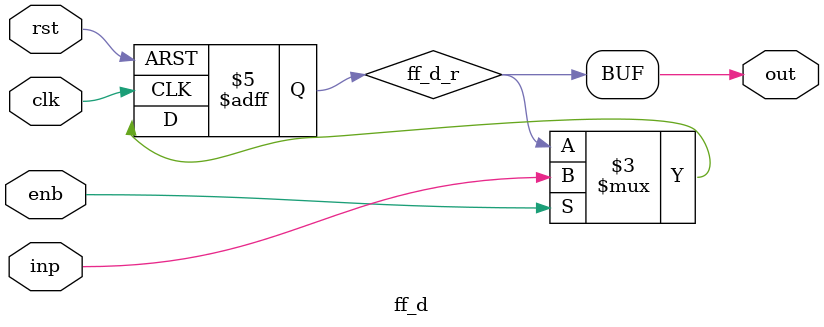
<source format=sv>
/*******************************************************************
* Nombre del modulo:
*  ff_d.sv
* Descripcion:
*  Este modulo representa un flip flop tipo D
* Entradas:
*  Clock, reset, enable y un dato
* Salidas: 
*  Captura el dato de entrada cuando aparece un flanco de reloj 
*  y cuando el enable esta en alto
* Version: 
*  1.0
* Autores:
*  Carem Bernabe
*  Andres Hernandez
* Fecha: 
*  01/03/2019
********************************************************************/
module ff_d (
//Inputs
input       clk,
input       rst,
input       enb,
input       inp,

//Outputs
output      out
);

//Wires
logic ff_d_r;

always_ff@(posedge clk or negedge rst) begin: ff_d_label
    if(!rst)
        ff_d_r  <= '0;	//Inicia en cero con reset
    else if (enb)
        ff_d_r  <= inp;	//Captura el dato
end:ff_d_label

assign out  = ff_d_r;

endmodule

</source>
